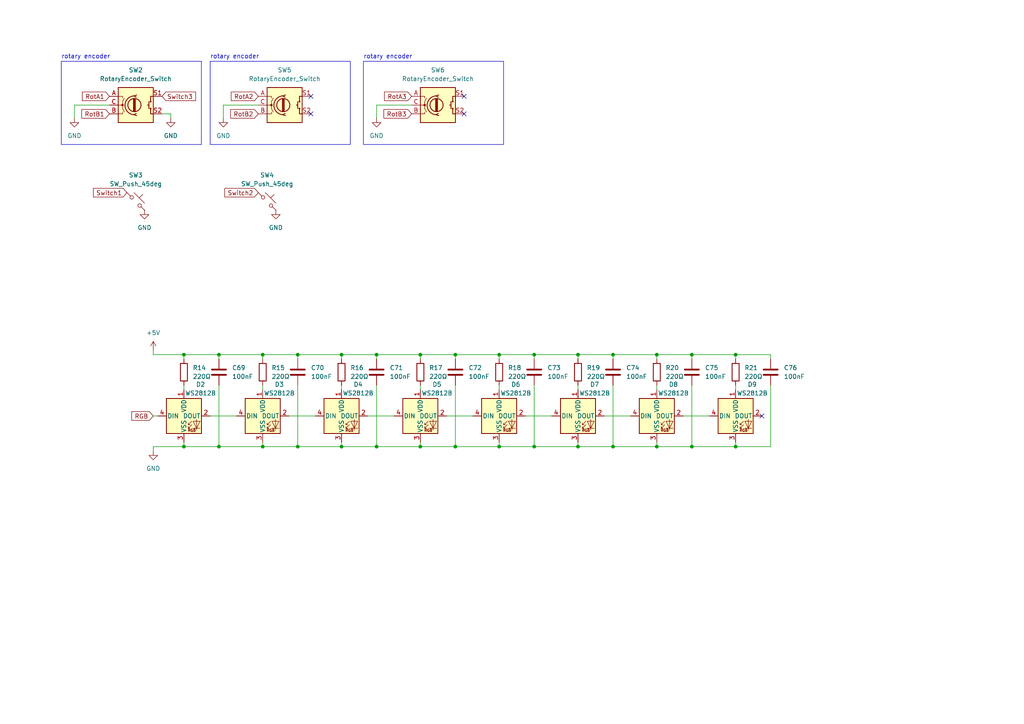
<source format=kicad_sch>
(kicad_sch (version 20250114) (generator "eeschema") (generator_version "9.0")
  (paper "A4")
  (lib_symbols
    (symbol "Device:C" (pin_numbers (hide yes)) (pin_names (offset 0.254))
      (property "Reference" "C" (at 0.635 2.54 0))
      (property "Value" "C" (at 0.635 -2.54 0))
      (symbol "C_0_1"
        (polyline (pts (xy -2.032 0.762) (xy 2.032 0.762)) (stroke (width 0.508)))
        (polyline (pts (xy -2.032 -0.762) (xy 2.032 -0.762)) (stroke (width 0.508)))
      )
      (symbol "C_1_1"
        (pin passive line (at 0 3.81 270) (length 2.794) (name "~") (number "1"))
        (pin passive line (at 0 -3.81 90) (length 2.794) (name "~") (number "2"))
      )
    )
    (symbol "Device:R" (pin_numbers (hide yes)) (pin_names (offset 0))
      (property "Reference" "R" (at 2.032 0 90))
      (property "Value" "R" (at 0 0 90))
      (symbol "R_0_1"
        (rectangle (start -1.016 -2.54) (end 1.016 2.54) (stroke (width 0.254)))
      )
      (symbol "R_1_1"
        (pin passive line (at 0 3.81 270) (length 1.27) (name "~") (number "1"))
        (pin passive line (at 0 -3.81 90) (length 1.27) (name "~") (number "2"))
      )
    )
    (symbol "Device:RotaryEncoder_Switch" (pin_names (offset 0.254) (hide yes))
      (property "Reference" "SW" (at 0 6.604 0))
      (property "Value" "RotaryEncoder_Switch" (at 0 -6.604 0))
      (symbol "RotaryEncoder_Switch_0_1"
        (rectangle (start -5.08 5.08) (end 5.08 -5.08) (stroke (width 0.254)) (fill (type background)))
        (polyline (pts (xy -5.08 2.54) (xy -3.81 2.54) (xy -3.81 2.032)))
        (polyline (pts (xy -5.08 0) (xy -3.81 0) (xy -3.81 -1.016) (xy -3.302 -2.032)))
        (polyline (pts (xy -5.08 -2.54) (xy -3.81 -2.54) (xy -3.81 -2.032)))
        (polyline (pts (xy -4.318 0) (xy -3.81 0) (xy -3.81 1.016) (xy -3.302 2.032)))
        (circle (center -3.81 0) (radius 0.254) (fill (type outline)))
        (polyline (pts (xy -0.635 -1.778) (xy -0.635 1.778)) (stroke (width 0.254)))
        (circle (center -0.381 0) (radius 1.905) (stroke (width 0.254)))
        (polyline (pts (xy -0.381 -1.778) (xy -0.381 1.778)) (stroke (width 0.254)))
        (arc (start -0.381 -2.794) (mid -3.0988 -0.0635) (end -0.381 2.667) (stroke (width 0.254)))
        (polyline (pts (xy -0.127 1.778) (xy -0.127 -1.778)) (stroke (width 0.254)))
        (polyline (pts (xy 0.254 2.921) (xy -0.508 2.667) (xy 0.127 2.286)) (stroke (width 0.254)))
        (polyline (pts (xy 0.254 -3.048) (xy -0.508 -2.794) (xy 0.127 -2.413)) (stroke (width 0.254)))
        (polyline (pts (xy 3.81 1.016) (xy 3.81 -1.016)) (stroke (width 0.254)))
        (polyline (pts (xy 3.81 0) (xy 3.429 0)) (stroke (width 0.254)))
        (circle (center 4.318 1.016) (radius 0.127) (stroke (width 0.254)))
        (circle (center 4.318 -1.016) (radius 0.127) (stroke (width 0.254)))
        (polyline (pts (xy 5.08 2.54) (xy 4.318 2.54) (xy 4.318 1.016)) (stroke (width 0.254)))
        (polyline (pts (xy 5.08 -2.54) (xy 4.318 -2.54) (xy 4.318 -1.016)) (stroke (width 0.254)))
      )
      (symbol "RotaryEncoder_Switch_1_1"
        (pin passive line (at -7.62 2.54 0) (length 2.54) (name "A") (number "A"))
        (pin passive line (at -7.62 0 0) (length 2.54) (name "C") (number "C"))
        (pin passive line (at -7.62 -2.54 0) (length 2.54) (name "B") (number "B"))
        (pin passive line (at 7.62 2.54 180) (length 2.54) (name "S1") (number "S1"))
        (pin passive line (at 7.62 -2.54 180) (length 2.54) (name "S2") (number "S2"))
      )
    )
    (symbol "LED:WS2812B" (pin_names (offset 0.254))
      (property "Reference" "D" (at 5.08 5.715 0))
      (property "Value" "WS2812B" (at 1.27 -5.715 0))
      (symbol "WS2812B_0_0"
        (text "RGB" (at 2.286 -4.191 0) (effects (font (size 0.762 0.762))))
      )
      (symbol "WS2812B_0_1"
        (polyline (pts (xy 1.27 -2.54) (xy 1.778 -2.54)))
        (polyline (pts (xy 1.27 -3.556) (xy 1.778 -3.556)))
        (polyline (pts (xy 2.286 -1.524) (xy 1.27 -2.54) (xy 1.27 -2.032)))
        (polyline (pts (xy 2.286 -2.54) (xy 1.27 -3.556) (xy 1.27 -3.048)))
        (polyline (pts (xy 3.683 -1.016) (xy 3.683 -3.556) (xy 3.683 -4.064)))
        (polyline (pts (xy 4.699 -1.524) (xy 2.667 -1.524) (xy 3.683 -3.556) (xy 4.699 -1.524)))
        (polyline (pts (xy 4.699 -3.556) (xy 2.667 -3.556)))
        (rectangle (start 5.08 5.08) (end -5.08 -5.08) (stroke (width 0.254)) (fill (type background)))
      )
      (symbol "WS2812B_1_1"
        (pin input line (at -7.62 0 0) (length 2.54) (name "DIN") (number "4"))
        (pin power_in line (at 0 7.62 270) (length 2.54) (name "VDD") (number "1"))
        (pin power_in line (at 0 -7.62 90) (length 2.54) (name "VSS") (number "3"))
        (pin output line (at 7.62 0 180) (length 2.54) (name "DOUT") (number "2"))
      )
    )
    (symbol "Switch:SW_Push_45deg" (pin_numbers (hide yes)) (pin_names (offset 1.016) (hide yes))
      (property "Reference" "SW" (at 3.048 1.016 0))
      (property "Value" "SW_Push_45deg" (at 0 -3.81 0))
      (symbol "SW_Push_45deg_0_1"
        (polyline (pts (xy -2.54 2.54) (xy -1.524 1.524) (xy -1.524 1.524)))
        (circle (center -1.1684 1.1684) (radius 0.508))
        (polyline (pts (xy -0.508 2.54) (xy 2.54 -0.508)))
        (polyline (pts (xy 1.016 1.016) (xy 2.032 2.032)))
        (circle (center 1.143 -1.1938) (radius 0.508))
        (polyline (pts (xy 1.524 -1.524) (xy 2.54 -2.54) (xy 2.54 -2.54) (xy 2.54 -2.54)))
        (pin passive line (at -2.54 2.54 0) (length 0) (name "1") (number "1"))
        (pin passive line (at 2.54 -2.54 180) (length 0) (name "2") (number "2"))
      )
    )
    (symbol "power:+5V" (power) (pin_numbers (hide yes)) (pin_names (offset 0) (hide yes))
      (property "Value" "+5V" (at 0 3.556 0))
      (symbol "+5V_0_1"
        (polyline (pts (xy -0.762 1.27) (xy 0 2.54)))
        (polyline (pts (xy 0 2.54) (xy 0.762 1.27)))
        (polyline (pts (xy 0 0) (xy 0 2.54)))
      )
      (symbol "+5V_1_1"
        (pin power_in line (at 0 0 90) (length 0) (name "~") (number "1"))
      )
    )
    (symbol "power:GND" (power) (pin_numbers (hide yes)) (pin_names (offset 0) (hide yes))
      (property "Value" "GND" (at 0 -3.81 0))
      (symbol "GND_0_1"
        (polyline (pts (xy 0 0) (xy 0 -1.27) (xy 1.27 -1.27) (xy 0 -2.54) (xy -1.27 -1.27) (xy 0 -1.27)))
      )
      (symbol "GND_1_1"
        (pin power_in line (at 0 0 270) (length 0) (name "~") (number "1"))
      )
    )
  )
  (rectangle (start 17.78 17.78) (end 58.42 41.91))
  (rectangle (start 60.96 17.78) (end 101.6 41.91))
  (rectangle (start 105.41 17.78) (end 146.05 41.91))
  (text "rotary encoder\n" (at 112.522 16.51 0) (effects (font (size 1.27 1.27))))
  (text "rotary encoder\n" (at 24.892 16.51 0) (effects (font (size 1.27 1.27))))
  (text "rotary encoder\n" (at 68.072 16.51 0) (effects (font (size 1.27 1.27))))
  (junction (at 167.64 129.54))
  (junction (at 53.34 129.54))
  (junction (at 132.08 102.87))
  (junction (at 167.64 102.87))
  (junction (at 63.5 102.87))
  (junction (at 154.94 102.87))
  (junction (at 121.92 129.54))
  (junction (at 213.36 129.54))
  (junction (at 144.78 129.54))
  (junction (at 190.5 102.87))
  (junction (at 190.5 129.54))
  (junction (at 213.36 102.87))
  (junction (at 109.22 102.87))
  (junction (at 86.36 102.87))
  (junction (at 177.8 129.54))
  (junction (at 177.8 102.87))
  (junction (at 144.78 102.87))
  (junction (at 86.36 129.54))
  (junction (at 200.66 102.87))
  (junction (at 99.06 129.54))
  (junction (at 76.2 129.54))
  (junction (at 121.92 102.87))
  (junction (at 76.2 102.87))
  (junction (at 200.66 129.54))
  (junction (at 132.08 129.54))
  (junction (at 99.06 102.87))
  (junction (at 63.5 129.54))
  (junction (at 53.34 102.87))
  (junction (at 109.22 129.54))
  (junction (at 154.94 129.54))
  (no_connect (at 220.98 120.65))
  (no_connect (at 90.17 27.94))
  (no_connect (at 134.62 33.02))
  (no_connect (at 90.17 33.02))
  (no_connect (at 134.62 27.94))
  (wire (pts (xy 53.34 111.76) (xy 53.34 113.03)))
  (wire (pts (xy 44.45 102.87) (xy 44.45 101.6)))
  (wire (pts (xy 121.92 102.87) (xy 121.92 104.14)))
  (wire (pts (xy 53.34 102.87) (xy 53.34 104.14)))
  (wire (pts (xy 152.4 120.65) (xy 160.02 120.65)))
  (wire (pts (xy 154.94 102.87) (xy 167.64 102.87)))
  (wire (pts (xy 190.5 102.87) (xy 190.5 104.14)))
  (wire (pts (xy 53.34 102.87) (xy 63.5 102.87)))
  (wire (pts (xy 49.53 33.02) (xy 46.99 33.02)))
  (wire (pts (xy 44.45 129.54) (xy 44.45 130.81)))
  (wire (pts (xy 167.64 111.76) (xy 167.64 113.03)))
  (wire (pts (xy 99.06 128.27) (xy 99.06 129.54)))
  (wire (pts (xy 86.36 129.54) (xy 99.06 129.54)))
  (wire (pts (xy 132.08 102.87) (xy 144.78 102.87)))
  (wire (pts (xy 21.59 30.48) (xy 31.75 30.48)))
  (wire (pts (xy 63.5 111.76) (xy 63.5 129.54)))
  (wire (pts (xy 99.06 111.76) (xy 99.06 113.03)))
  (wire (pts (xy 44.45 120.65) (xy 45.72 120.65)))
  (wire (pts (xy 64.77 30.48) (xy 74.93 30.48)))
  (wire (pts (xy 213.36 128.27) (xy 213.36 129.54)))
  (wire (pts (xy 213.36 111.76) (xy 213.36 113.03)))
  (wire (pts (xy 177.8 102.87) (xy 190.5 102.87)))
  (wire (pts (xy 213.36 102.87) (xy 223.52 102.87)))
  (wire (pts (xy 121.92 129.54) (xy 132.08 129.54)))
  (wire (pts (xy 213.36 129.54) (xy 223.52 129.54)))
  (wire (pts (xy 190.5 129.54) (xy 200.66 129.54)))
  (wire (pts (xy 190.5 128.27) (xy 190.5 129.54)))
  (wire (pts (xy 44.45 102.87) (xy 53.34 102.87)))
  (wire (pts (xy 21.59 34.29) (xy 21.59 30.48)))
  (wire (pts (xy 60.96 120.65) (xy 68.58 120.65)))
  (wire (pts (xy 144.78 102.87) (xy 144.78 104.14)))
  (wire (pts (xy 53.34 128.27) (xy 53.34 129.54)))
  (wire (pts (xy 76.2 128.27) (xy 76.2 129.54)))
  (wire (pts (xy 86.36 102.87) (xy 86.36 104.14)))
  (wire (pts (xy 76.2 129.54) (xy 86.36 129.54)))
  (wire (pts (xy 175.26 120.65) (xy 182.88 120.65)))
  (wire (pts (xy 200.66 111.76) (xy 200.66 129.54)))
  (wire (pts (xy 190.5 102.87) (xy 200.66 102.87)))
  (wire (pts (xy 86.36 102.87) (xy 99.06 102.87)))
  (wire (pts (xy 63.5 102.87) (xy 76.2 102.87)))
  (wire (pts (xy 144.78 128.27) (xy 144.78 129.54)))
  (wire (pts (xy 200.66 129.54) (xy 213.36 129.54)))
  (wire (pts (xy 121.92 128.27) (xy 121.92 129.54)))
  (wire (pts (xy 132.08 111.76) (xy 132.08 129.54)))
  (wire (pts (xy 64.77 34.29) (xy 64.77 30.48)))
  (wire (pts (xy 200.66 102.87) (xy 200.66 104.14)))
  (wire (pts (xy 132.08 129.54) (xy 144.78 129.54)))
  (wire (pts (xy 109.22 30.48) (xy 119.38 30.48)))
  (wire (pts (xy 223.52 111.76) (xy 223.52 129.54)))
  (wire (pts (xy 177.8 129.54) (xy 190.5 129.54)))
  (wire (pts (xy 144.78 111.76) (xy 144.78 113.03)))
  (wire (pts (xy 63.5 102.87) (xy 63.5 104.14)))
  (wire (pts (xy 109.22 102.87) (xy 121.92 102.87)))
  (wire (pts (xy 63.5 129.54) (xy 76.2 129.54)))
  (wire (pts (xy 83.82 120.65) (xy 91.44 120.65)))
  (wire (pts (xy 167.64 102.87) (xy 177.8 102.87)))
  (wire (pts (xy 223.52 102.87) (xy 223.52 104.14)))
  (wire (pts (xy 144.78 129.54) (xy 154.94 129.54)))
  (wire (pts (xy 99.06 102.87) (xy 109.22 102.87)))
  (wire (pts (xy 177.8 111.76) (xy 177.8 129.54)))
  (wire (pts (xy 200.66 102.87) (xy 213.36 102.87)))
  (wire (pts (xy 86.36 111.76) (xy 86.36 129.54)))
  (wire (pts (xy 109.22 34.29) (xy 109.22 30.48)))
  (wire (pts (xy 177.8 102.87) (xy 177.8 104.14)))
  (wire (pts (xy 109.22 129.54) (xy 121.92 129.54)))
  (wire (pts (xy 198.12 120.65) (xy 205.74 120.65)))
  (wire (pts (xy 121.92 111.76) (xy 121.92 113.03)))
  (wire (pts (xy 106.68 120.65) (xy 114.3 120.65)))
  (wire (pts (xy 53.34 129.54) (xy 63.5 129.54)))
  (wire (pts (xy 76.2 102.87) (xy 86.36 102.87)))
  (wire (pts (xy 109.22 102.87) (xy 109.22 104.14)))
  (wire (pts (xy 76.2 102.87) (xy 76.2 104.14)))
  (wire (pts (xy 109.22 111.76) (xy 109.22 129.54)))
  (wire (pts (xy 154.94 111.76) (xy 154.94 129.54)))
  (wire (pts (xy 121.92 102.87) (xy 132.08 102.87)))
  (wire (pts (xy 129.54 120.65) (xy 137.16 120.65)))
  (wire (pts (xy 99.06 102.87) (xy 99.06 104.14)))
  (wire (pts (xy 44.45 129.54) (xy 53.34 129.54)))
  (wire (pts (xy 76.2 111.76) (xy 76.2 113.03)))
  (wire (pts (xy 132.08 102.87) (xy 132.08 104.14)))
  (wire (pts (xy 213.36 102.87) (xy 213.36 104.14)))
  (wire (pts (xy 154.94 129.54) (xy 167.64 129.54)))
  (wire (pts (xy 167.64 128.27) (xy 167.64 129.54)))
  (wire (pts (xy 190.5 111.76) (xy 190.5 113.03)))
  (wire (pts (xy 144.78 102.87) (xy 154.94 102.87)))
  (wire (pts (xy 167.64 129.54) (xy 177.8 129.54)))
  (wire (pts (xy 154.94 102.87) (xy 154.94 104.14)))
  (wire (pts (xy 99.06 129.54) (xy 109.22 129.54)))
  (wire (pts (xy 49.53 34.29) (xy 49.53 33.02)))
  (wire (pts (xy 167.64 102.87) (xy 167.64 104.14)))
  (global_label "Switch3" (shape input) (at 46.99 27.94 0) (property "Intersheetrefs" "${INTERSHEET_REFS}" (effects (hide yes))))
  (global_label "RotB2" (shape input) (at 74.93 33.02 180) (property "Intersheetrefs" "${INTERSHEET_REFS}" (effects (hide yes))))
  (global_label "RotA1" (shape input) (at 31.75 27.94 180) (property "Intersheetrefs" "${INTERSHEET_REFS}" (effects (hide yes))))
  (global_label "RotA2" (shape input) (at 74.93 27.94 180) (property "Intersheetrefs" "${INTERSHEET_REFS}" (effects (hide yes))))
  (global_label "RGB" (shape input) (at 44.45 120.65 180) (property "Intersheetrefs" "${INTERSHEET_REFS}" (effects (hide yes))))
  (global_label "RotA3" (shape input) (at 119.38 27.94 180) (property "Intersheetrefs" "${INTERSHEET_REFS}" (effects (hide yes))))
  (global_label "RotB1" (shape input) (at 31.75 33.02 180) (property "Intersheetrefs" "${INTERSHEET_REFS}" (effects (hide yes))))
  (global_label "Switch1" (shape input) (at 36.83 55.88 180) (property "Intersheetrefs" "${INTERSHEET_REFS}" (effects (hide yes))))
  (global_label "RotB3" (shape input) (at 119.38 33.02 180) (property "Intersheetrefs" "${INTERSHEET_REFS}" (effects (hide yes))))
  (global_label "Switch2" (shape input) (at 74.93 55.88 180) (property "Intersheetrefs" "${INTERSHEET_REFS}" (effects (hide yes))))
  (symbol (lib_id "Device:C") (at 86.36 107.95 0) (unit 1)
    (property "Reference" "C70" (at 90.17 106.6799 0) (effects (justify left)))
    (property "Value" "100nF" (at 90.17 109.2199 0) (effects (justify left)))
    (property "Footprint" "Capacitor_SMD:C_0805_2012Metric" (effects (hide yes)))
    (property "Description" "Unpolarized capacitor" (effects (hide yes)))
  )
  (symbol (lib_id "Device:R") (at 53.34 107.95 0) (unit 1)
    (property "Reference" "R14" (at 55.88 106.6799 0) (effects (justify left)))
    (property "Value" "220Ω" (at 55.88 109.2199 0) (effects (justify left)))
    (property "Footprint" "Resistor_SMD:R_0805_2012Metric" (effects (hide yes)))
    (property "Description" "Resistor" (effects (hide yes)))
  )
  (symbol (lib_id "Device:C") (at 177.8 107.95 0) (unit 1)
    (property "Reference" "C74" (at 181.61 106.6799 0) (effects (justify left)))
    (property "Value" "100nF" (at 181.61 109.2199 0) (effects (justify left)))
    (property "Footprint" "Capacitor_SMD:C_0805_2012Metric" (effects (hide yes)))
    (property "Description" "Unpolarized capacitor" (effects (hide yes)))
  )
  (symbol (lib_id "LED:WS2812B") (at 99.06 120.65 0) (unit 1)
    (property "Reference" "D4" (at 103.886 111.506 0))
    (property "Value" "WS2812B" (at 103.886 114.046 0))
    (property "Footprint" "LED_SMD:LED_WS2812B_PLCC4_5.0x5.0mm_P3.2mm" (effects (hide yes)))
    (property "Datasheet" "https://cdn-shop.adafruit.com/datasheets/WS2812B.pdf" (effects (hide yes)))
    (property "Description" "RGB LED with integrated controller" (effects (hide yes)))
  )
  (symbol (lib_id "Device:R") (at 144.78 107.95 0) (unit 1)
    (property "Reference" "R18" (at 147.32 106.6799 0) (effects (justify left)))
    (property "Value" "220Ω" (at 147.32 109.2199 0) (effects (justify left)))
    (property "Footprint" "Resistor_SMD:R_0805_2012Metric" (effects (hide yes)))
    (property "Description" "Resistor" (effects (hide yes)))
  )
  (symbol (lib_id "power:GND") (at 49.53 34.29 0) (unit 1)
    (property "Reference" "#PWR0120" (effects (hide yes)))
    (property "Value" "GND" (at 49.53 39.37 0))
    (property "Description" "Power symbol creates a global label with name \"GND\" , ground" (effects (hide yes)))
  )
  (symbol (lib_id "LED:WS2812B") (at 144.78 120.65 0) (unit 1)
    (property "Reference" "D6" (at 149.606 111.506 0))
    (property "Value" "WS2812B" (at 149.606 114.046 0))
    (property "Footprint" "LED_SMD:LED_WS2812B_PLCC4_5.0x5.0mm_P3.2mm" (effects (hide yes)))
    (property "Datasheet" "https://cdn-shop.adafruit.com/datasheets/WS2812B.pdf" (effects (hide yes)))
    (property "Description" "RGB LED with integrated controller" (effects (hide yes)))
  )
  (symbol (lib_id "power:GND") (at 44.45 130.81 0) (unit 1)
    (property "Reference" "#PWR0116" (effects (hide yes)))
    (property "Value" "GND" (at 44.45 135.89 0))
    (property "Description" "Power symbol creates a global label with name \"GND\" , ground" (effects (hide yes)))
  )
  (symbol (lib_id "Device:R") (at 190.5 107.95 0) (unit 1)
    (property "Reference" "R20" (at 193.04 106.6799 0) (effects (justify left)))
    (property "Value" "220Ω" (at 193.04 109.2199 0) (effects (justify left)))
    (property "Footprint" "Resistor_SMD:R_0805_2012Metric" (effects (hide yes)))
    (property "Description" "Resistor" (effects (hide yes)))
  )
  (symbol (lib_id "LED:WS2812B") (at 121.92 120.65 0) (unit 1)
    (property "Reference" "D5" (at 126.746 111.506 0))
    (property "Value" "WS2812B" (at 126.746 114.046 0))
    (property "Footprint" "LED_SMD:LED_WS2812B_PLCC4_5.0x5.0mm_P3.2mm" (effects (hide yes)))
    (property "Datasheet" "https://cdn-shop.adafruit.com/datasheets/WS2812B.pdf" (effects (hide yes)))
    (property "Description" "RGB LED with integrated controller" (effects (hide yes)))
  )
  (symbol (lib_id "power:GND") (at 80.01 60.96 0) (unit 1)
    (property "Reference" "#PWR0118" (effects (hide yes)))
    (property "Value" "GND" (at 80.01 66.04 0))
    (property "Description" "Power symbol creates a global label with name \"GND\" , ground" (effects (hide yes)))
  )
  (symbol (lib_id "Device:C") (at 200.66 107.95 0) (unit 1)
    (property "Reference" "C75" (at 204.47 106.6799 0) (effects (justify left)))
    (property "Value" "100nF" (at 204.47 109.2199 0) (effects (justify left)))
    (property "Footprint" "Capacitor_SMD:C_0805_2012Metric" (effects (hide yes)))
    (property "Description" "Unpolarized capacitor" (effects (hide yes)))
  )
  (symbol (lib_id "Device:RotaryEncoder_Switch") (at 82.55 30.48 0) (unit 1)
    (property "Reference" "SW5" (at 82.55 20.32 0))
    (property "Value" "RotaryEncoder_Switch" (at 82.55 22.86 0))
    (property "Footprint" "Rotary_Encoder:RotaryEncoder_Alps_EC11E-Switch_Vertical_H20mm" (effects (hide yes)))
    (property "Description" "Rotary encoder, dual channel, incremental quadrate outputs, with switch" (effects (hide yes)))
  )
  (symbol (lib_id "LED:WS2812B") (at 167.64 120.65 0) (unit 1)
    (property "Reference" "D7" (at 172.466 111.506 0))
    (property "Value" "WS2812B" (at 172.466 114.046 0))
    (property "Footprint" "LED_SMD:LED_WS2812B_PLCC4_5.0x5.0mm_P3.2mm" (effects (hide yes)))
    (property "Datasheet" "https://cdn-shop.adafruit.com/datasheets/WS2812B.pdf" (effects (hide yes)))
    (property "Description" "RGB LED with integrated controller" (effects (hide yes)))
  )
  (symbol (lib_id "LED:WS2812B") (at 76.2 120.65 0) (unit 1)
    (property "Reference" "D3" (at 81.026 111.506 0))
    (property "Value" "WS2812B" (at 81.026 114.046 0))
    (property "Footprint" "LED_SMD:LED_WS2812B_PLCC4_5.0x5.0mm_P3.2mm" (effects (hide yes)))
    (property "Datasheet" "https://cdn-shop.adafruit.com/datasheets/WS2812B.pdf" (effects (hide yes)))
    (property "Description" "RGB LED with integrated controller" (effects (hide yes)))
  )
  (symbol (lib_id "LED:WS2812B") (at 53.34 120.65 0) (unit 1)
    (property "Reference" "D2" (at 58.166 111.506 0))
    (property "Value" "WS2812B" (at 58.166 114.046 0))
    (property "Footprint" "LED_SMD:LED_WS2812B_PLCC4_5.0x5.0mm_P3.2mm" (effects (hide yes)))
    (property "Datasheet" "https://cdn-shop.adafruit.com/datasheets/WS2812B.pdf" (effects (hide yes)))
    (property "Description" "RGB LED with integrated controller" (effects (hide yes)))
  )
  (symbol (lib_id "Device:R") (at 167.64 107.95 0) (unit 1)
    (property "Reference" "R19" (at 170.18 106.6799 0) (effects (justify left)))
    (property "Value" "220Ω" (at 170.18 109.2199 0) (effects (justify left)))
    (property "Footprint" "Resistor_SMD:R_0805_2012Metric" (effects (hide yes)))
    (property "Description" "Resistor" (effects (hide yes)))
  )
  (symbol (lib_id "LED:WS2812B") (at 213.36 120.65 0) (unit 1)
    (property "Reference" "D9" (at 218.186 111.506 0))
    (property "Value" "WS2812B" (at 218.186 114.046 0))
    (property "Footprint" "LED_SMD:LED_WS2812B_PLCC4_5.0x5.0mm_P3.2mm" (effects (hide yes)))
    (property "Datasheet" "https://cdn-shop.adafruit.com/datasheets/WS2812B.pdf" (effects (hide yes)))
    (property "Description" "RGB LED with integrated controller" (effects (hide yes)))
  )
  (symbol (lib_id "Device:R") (at 99.06 107.95 0) (unit 1)
    (property "Reference" "R16" (at 101.6 106.6799 0) (effects (justify left)))
    (property "Value" "220Ω" (at 101.6 109.2199 0) (effects (justify left)))
    (property "Footprint" "Resistor_SMD:R_0805_2012Metric" (effects (hide yes)))
    (property "Description" "Resistor" (effects (hide yes)))
  )
  (symbol (lib_id "Device:RotaryEncoder_Switch") (at 127 30.48 0) (unit 1)
    (property "Reference" "SW6" (at 127 20.32 0))
    (property "Value" "RotaryEncoder_Switch" (at 127 22.86 0))
    (property "Footprint" "Rotary_Encoder:RotaryEncoder_Alps_EC11E-Switch_Vertical_H20mm" (effects (hide yes)))
    (property "Description" "Rotary encoder, dual channel, incremental quadrate outputs, with switch" (effects (hide yes)))
  )
  (symbol (lib_id "Device:R") (at 76.2 107.95 0) (unit 1)
    (property "Reference" "R15" (at 78.74 106.6799 0) (effects (justify left)))
    (property "Value" "220Ω" (at 78.74 109.2199 0) (effects (justify left)))
    (property "Footprint" "Resistor_SMD:R_0805_2012Metric" (effects (hide yes)))
    (property "Description" "Resistor" (effects (hide yes)))
  )
  (symbol (lib_id "Device:R") (at 213.36 107.95 0) (unit 1)
    (property "Reference" "R21" (at 215.9 106.6799 0) (effects (justify left)))
    (property "Value" "220Ω" (at 215.9 109.2199 0) (effects (justify left)))
    (property "Footprint" "Resistor_SMD:R_0805_2012Metric" (effects (hide yes)))
    (property "Description" "Resistor" (effects (hide yes)))
  )
  (symbol (lib_id "power:GND") (at 64.77 34.29 0) (unit 1)
    (property "Reference" "#PWR0117" (effects (hide yes)))
    (property "Value" "GND" (at 64.77 39.37 0))
    (property "Description" "Power symbol creates a global label with name \"GND\" , ground" (effects (hide yes)))
  )
  (symbol (lib_id "Device:C") (at 154.94 107.95 0) (unit 1)
    (property "Reference" "C73" (at 158.75 106.6799 0) (effects (justify left)))
    (property "Value" "100nF" (at 158.75 109.2199 0) (effects (justify left)))
    (property "Footprint" "Capacitor_SMD:C_0805_2012Metric" (effects (hide yes)))
    (property "Description" "Unpolarized capacitor" (effects (hide yes)))
  )
  (symbol (lib_id "Device:C") (at 132.08 107.95 0) (unit 1)
    (property "Reference" "C72" (at 135.89 106.6799 0) (effects (justify left)))
    (property "Value" "100nF" (at 135.89 109.2199 0) (effects (justify left)))
    (property "Footprint" "Capacitor_SMD:C_0805_2012Metric" (effects (hide yes)))
    (property "Description" "Unpolarized capacitor" (effects (hide yes)))
  )
  (symbol (lib_id "Device:C") (at 63.5 107.95 0) (unit 1)
    (property "Reference" "C69" (at 67.31 106.6799 0) (effects (justify left)))
    (property "Value" "100nF" (at 67.31 109.2199 0) (effects (justify left)))
    (property "Footprint" "Capacitor_SMD:C_0805_2012Metric" (effects (hide yes)))
    (property "Description" "Unpolarized capacitor" (effects (hide yes)))
  )
  (symbol (lib_id "Device:R") (at 121.92 107.95 0) (unit 1)
    (property "Reference" "R17" (at 124.46 106.6799 0) (effects (justify left)))
    (property "Value" "220Ω" (at 124.46 109.2199 0) (effects (justify left)))
    (property "Footprint" "Resistor_SMD:R_0805_2012Metric" (effects (hide yes)))
    (property "Description" "Resistor" (effects (hide yes)))
  )
  (symbol (lib_id "Device:C") (at 223.52 107.95 0) (unit 1)
    (property "Reference" "C76" (at 227.33 106.6799 0) (effects (justify left)))
    (property "Value" "100nF" (at 227.33 109.2199 0) (effects (justify left)))
    (property "Footprint" "Capacitor_SMD:C_0805_2012Metric" (effects (hide yes)))
    (property "Description" "Unpolarized capacitor" (effects (hide yes)))
  )
  (symbol (lib_id "power:GND") (at 109.22 34.29 0) (unit 1)
    (property "Reference" "#PWR0119" (effects (hide yes)))
    (property "Value" "GND" (at 109.22 39.37 0))
    (property "Description" "Power symbol creates a global label with name \"GND\" , ground" (effects (hide yes)))
  )
  (symbol (lib_id "power:GND") (at 41.91 60.96 0) (unit 1)
    (property "Reference" "#PWR0115" (effects (hide yes)))
    (property "Value" "GND" (at 41.91 66.04 0))
    (property "Description" "Power symbol creates a global label with name \"GND\" , ground" (effects (hide yes)))
  )
  (symbol (lib_id "Device:RotaryEncoder_Switch") (at 39.37 30.48 0) (unit 1)
    (property "Reference" "SW2" (at 39.37 20.32 0))
    (property "Value" "RotaryEncoder_Switch" (at 39.37 22.86 0))
    (property "Footprint" "Rotary_Encoder:RotaryEncoder_Alps_EC11E-Switch_Vertical_H20mm" (effects (hide yes)))
    (property "Description" "Rotary encoder, dual channel, incremental quadrate outputs, with switch" (effects (hide yes)))
  )
  (symbol (lib_id "Switch:SW_Push_45deg") (at 77.47 58.42 0) (unit 1)
    (property "Reference" "SW4" (at 77.47 50.8 0))
    (property "Value" "SW_Push_45deg" (at 77.47 53.34 0))
    (property "Footprint" "EasyEDA:TH_L10.9-W5.9-CPG151101S11" (effects (hide yes)))
    (property "Description" "Push button switch, normally open, two pins, 45° tilted" (effects (hide yes)))
  )
  (symbol (lib_id "LED:WS2812B") (at 190.5 120.65 0) (unit 1)
    (property "Reference" "D8" (at 195.326 111.506 0))
    (property "Value" "WS2812B" (at 195.326 114.046 0))
    (property "Footprint" "LED_SMD:LED_WS2812B_PLCC4_5.0x5.0mm_P3.2mm" (effects (hide yes)))
    (property "Datasheet" "https://cdn-shop.adafruit.com/datasheets/WS2812B.pdf" (effects (hide yes)))
    (property "Description" "RGB LED with integrated controller" (effects (hide yes)))
  )
  (symbol (lib_id "power:GND") (at 21.59 34.29 0) (unit 1)
    (property "Reference" "#PWR0114" (effects (hide yes)))
    (property "Value" "GND" (at 21.59 39.37 0))
    (property "Description" "Power symbol creates a global label with name \"GND\" , ground" (effects (hide yes)))
  )
  (symbol (lib_id "Device:C") (at 109.22 107.95 0) (unit 1)
    (property "Reference" "C71" (at 113.03 106.6799 0) (effects (justify left)))
    (property "Value" "100nF" (at 113.03 109.2199 0) (effects (justify left)))
    (property "Footprint" "Capacitor_SMD:C_0805_2012Metric" (effects (hide yes)))
    (property "Description" "Unpolarized capacitor" (effects (hide yes)))
  )
  (symbol (lib_id "power:+5V") (at 44.45 101.6 0) (unit 1)
    (property "Reference" "#PWR0180" (effects (hide yes)))
    (property "Value" "+5V" (at 44.45 96.52 0))
    (property "Description" "Power symbol creates a global label with name \"+5V\"" (effects (hide yes)))
  )
  (symbol (lib_id "Switch:SW_Push_45deg") (at 39.37 58.42 0) (unit 1)
    (property "Reference" "SW3" (at 39.37 50.8 0))
    (property "Value" "SW_Push_45deg" (at 39.37 53.34 0))
    (property "Footprint" "EasyEDA:TH_L10.9-W5.9-CPG151101S11" (effects (hide yes)))
    (property "Description" "Push button switch, normally open, two pins, 45° tilted" (effects (hide yes)))
  )
)
</source>
